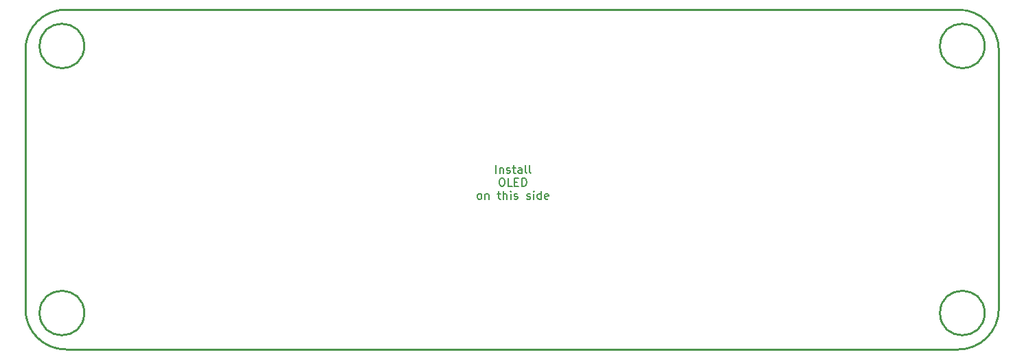
<source format=gbr>
%TF.GenerationSoftware,KiCad,Pcbnew,(6.0.0)*%
%TF.CreationDate,2022-03-13T18:47:54+01:00*%
%TF.ProjectId,TurtlePad,54757274-6c65-4506-9164-2e6b69636164,rev?*%
%TF.SameCoordinates,Original*%
%TF.FileFunction,Legend,Top*%
%TF.FilePolarity,Positive*%
%FSLAX46Y46*%
G04 Gerber Fmt 4.6, Leading zero omitted, Abs format (unit mm)*
G04 Created by KiCad (PCBNEW (6.0.0)) date 2022-03-13 18:47:54*
%MOMM*%
%LPD*%
G01*
G04 APERTURE LIST*
%TA.AperFunction,Profile*%
%ADD10C,0.250000*%
%TD*%
%ADD11C,0.150000*%
%ADD12R,1.752600X1.752600*%
%ADD13C,1.752600*%
%ADD14C,1.750000*%
%ADD15C,4.000000*%
%ADD16C,2.500000*%
%ADD17O,1.600000X2.000000*%
%ADD18C,2.100000*%
G04 APERTURE END LIST*
D10*
X98598750Y-79243439D02*
G75*
G03*
X93598750Y-84243439I0J-5000000D01*
G01*
X208598750Y-79243439D02*
X98598750Y-79243439D01*
X98598750Y-121243439D02*
X208598750Y-121243439D01*
X208598750Y-121243439D02*
G75*
G03*
X213598750Y-116243439I0J5000000D01*
G01*
X213598750Y-84243439D02*
G75*
G03*
X208598750Y-79243439I-5000000J0D01*
G01*
X100848750Y-116743439D02*
G75*
G03*
X100848750Y-116743439I-2750000J0D01*
G01*
X211848750Y-83743439D02*
G75*
G03*
X211848750Y-83743439I-2750000J0D01*
G01*
X211848750Y-116743439D02*
G75*
G03*
X211848750Y-116743439I-2750000J0D01*
G01*
X93598750Y-116243439D02*
G75*
G03*
X98598750Y-121243439I5000000J0D01*
G01*
X93598750Y-84243439D02*
X93598750Y-116243439D01*
X100848750Y-83743439D02*
G75*
G03*
X100848750Y-83743439I-2750000J0D01*
G01*
X213598750Y-116243439D02*
X213598750Y-84243439D01*
D11*
X151589702Y-99455819D02*
X151589702Y-98455819D01*
X152065892Y-98789153D02*
X152065892Y-99455819D01*
X152065892Y-98884391D02*
X152113511Y-98836772D01*
X152208750Y-98789153D01*
X152351607Y-98789153D01*
X152446845Y-98836772D01*
X152494464Y-98932010D01*
X152494464Y-99455819D01*
X152923035Y-99408200D02*
X153018273Y-99455819D01*
X153208750Y-99455819D01*
X153303988Y-99408200D01*
X153351607Y-99312962D01*
X153351607Y-99265343D01*
X153303988Y-99170105D01*
X153208750Y-99122486D01*
X153065892Y-99122486D01*
X152970654Y-99074867D01*
X152923035Y-98979629D01*
X152923035Y-98932010D01*
X152970654Y-98836772D01*
X153065892Y-98789153D01*
X153208750Y-98789153D01*
X153303988Y-98836772D01*
X153637321Y-98789153D02*
X154018273Y-98789153D01*
X153780178Y-98455819D02*
X153780178Y-99312962D01*
X153827797Y-99408200D01*
X153923035Y-99455819D01*
X154018273Y-99455819D01*
X154780178Y-99455819D02*
X154780178Y-98932010D01*
X154732559Y-98836772D01*
X154637321Y-98789153D01*
X154446845Y-98789153D01*
X154351607Y-98836772D01*
X154780178Y-99408200D02*
X154684940Y-99455819D01*
X154446845Y-99455819D01*
X154351607Y-99408200D01*
X154303988Y-99312962D01*
X154303988Y-99217724D01*
X154351607Y-99122486D01*
X154446845Y-99074867D01*
X154684940Y-99074867D01*
X154780178Y-99027248D01*
X155399226Y-99455819D02*
X155303988Y-99408200D01*
X155256369Y-99312962D01*
X155256369Y-98455819D01*
X155923035Y-99455819D02*
X155827797Y-99408200D01*
X155780178Y-99312962D01*
X155780178Y-98455819D01*
X152256369Y-100065819D02*
X152446845Y-100065819D01*
X152542083Y-100113439D01*
X152637321Y-100208677D01*
X152684940Y-100399153D01*
X152684940Y-100732486D01*
X152637321Y-100922962D01*
X152542083Y-101018200D01*
X152446845Y-101065819D01*
X152256369Y-101065819D01*
X152161130Y-101018200D01*
X152065892Y-100922962D01*
X152018273Y-100732486D01*
X152018273Y-100399153D01*
X152065892Y-100208677D01*
X152161130Y-100113439D01*
X152256369Y-100065819D01*
X153589702Y-101065819D02*
X153113511Y-101065819D01*
X153113511Y-100065819D01*
X153923035Y-100542010D02*
X154256369Y-100542010D01*
X154399226Y-101065819D02*
X153923035Y-101065819D01*
X153923035Y-100065819D01*
X154399226Y-100065819D01*
X154827797Y-101065819D02*
X154827797Y-100065819D01*
X155065892Y-100065819D01*
X155208750Y-100113439D01*
X155303988Y-100208677D01*
X155351607Y-100303915D01*
X155399226Y-100494391D01*
X155399226Y-100637248D01*
X155351607Y-100827724D01*
X155303988Y-100922962D01*
X155208750Y-101018200D01*
X155065892Y-101065819D01*
X154827797Y-101065819D01*
X149518273Y-102675819D02*
X149423035Y-102628200D01*
X149375416Y-102580581D01*
X149327797Y-102485343D01*
X149327797Y-102199629D01*
X149375416Y-102104391D01*
X149423035Y-102056772D01*
X149518273Y-102009153D01*
X149661130Y-102009153D01*
X149756369Y-102056772D01*
X149803988Y-102104391D01*
X149851607Y-102199629D01*
X149851607Y-102485343D01*
X149803988Y-102580581D01*
X149756369Y-102628200D01*
X149661130Y-102675819D01*
X149518273Y-102675819D01*
X150280178Y-102009153D02*
X150280178Y-102675819D01*
X150280178Y-102104391D02*
X150327797Y-102056772D01*
X150423035Y-102009153D01*
X150565892Y-102009153D01*
X150661130Y-102056772D01*
X150708750Y-102152010D01*
X150708750Y-102675819D01*
X151803988Y-102009153D02*
X152184940Y-102009153D01*
X151946845Y-101675819D02*
X151946845Y-102532962D01*
X151994464Y-102628200D01*
X152089702Y-102675819D01*
X152184940Y-102675819D01*
X152518273Y-102675819D02*
X152518273Y-101675819D01*
X152946845Y-102675819D02*
X152946845Y-102152010D01*
X152899226Y-102056772D01*
X152803988Y-102009153D01*
X152661130Y-102009153D01*
X152565892Y-102056772D01*
X152518273Y-102104391D01*
X153423035Y-102675819D02*
X153423035Y-102009153D01*
X153423035Y-101675819D02*
X153375416Y-101723439D01*
X153423035Y-101771058D01*
X153470654Y-101723439D01*
X153423035Y-101675819D01*
X153423035Y-101771058D01*
X153851607Y-102628200D02*
X153946845Y-102675819D01*
X154137321Y-102675819D01*
X154232559Y-102628200D01*
X154280178Y-102532962D01*
X154280178Y-102485343D01*
X154232559Y-102390105D01*
X154137321Y-102342486D01*
X153994464Y-102342486D01*
X153899226Y-102294867D01*
X153851607Y-102199629D01*
X153851607Y-102152010D01*
X153899226Y-102056772D01*
X153994464Y-102009153D01*
X154137321Y-102009153D01*
X154232559Y-102056772D01*
X155423035Y-102628200D02*
X155518273Y-102675819D01*
X155708750Y-102675819D01*
X155803988Y-102628200D01*
X155851607Y-102532962D01*
X155851607Y-102485343D01*
X155803988Y-102390105D01*
X155708750Y-102342486D01*
X155565892Y-102342486D01*
X155470654Y-102294867D01*
X155423035Y-102199629D01*
X155423035Y-102152010D01*
X155470654Y-102056772D01*
X155565892Y-102009153D01*
X155708750Y-102009153D01*
X155803988Y-102056772D01*
X156280178Y-102675819D02*
X156280178Y-102009153D01*
X156280178Y-101675819D02*
X156232559Y-101723439D01*
X156280178Y-101771058D01*
X156327797Y-101723439D01*
X156280178Y-101675819D01*
X156280178Y-101771058D01*
X157184940Y-102675819D02*
X157184940Y-101675819D01*
X157184940Y-102628200D02*
X157089702Y-102675819D01*
X156899226Y-102675819D01*
X156803988Y-102628200D01*
X156756369Y-102580581D01*
X156708750Y-102485343D01*
X156708750Y-102199629D01*
X156756369Y-102104391D01*
X156803988Y-102056772D01*
X156899226Y-102009153D01*
X157089702Y-102009153D01*
X157184940Y-102056772D01*
X158042083Y-102628200D02*
X157946845Y-102675819D01*
X157756369Y-102675819D01*
X157661130Y-102628200D01*
X157613511Y-102532962D01*
X157613511Y-102152010D01*
X157661130Y-102056772D01*
X157756369Y-102009153D01*
X157946845Y-102009153D01*
X158042083Y-102056772D01*
X158089702Y-102152010D01*
X158089702Y-102247248D01*
X157613511Y-102342486D01*
D12*
%TO.C,U1*%
X145982811Y-87855939D03*
D13*
X145982811Y-90395939D03*
X145982811Y-92935939D03*
X145982811Y-95475939D03*
X145982811Y-98015939D03*
X145982811Y-100555939D03*
X145982811Y-103095939D03*
X145982811Y-105635939D03*
X145982811Y-108175939D03*
X145982811Y-110715939D03*
X145982811Y-113255939D03*
X145982811Y-115795939D03*
X161222811Y-115795939D03*
X161222811Y-113255939D03*
X161222811Y-110715939D03*
X161222811Y-108175939D03*
X161222811Y-105635939D03*
X161222811Y-103095939D03*
X161222811Y-100555939D03*
X161222811Y-98015939D03*
X161222811Y-95475939D03*
X161222811Y-92935939D03*
X161222811Y-90395939D03*
X161222811Y-87855939D03*
%TD*%
%LPC*%
D14*
%TO.C,MX8*%
X192972811Y-109763439D03*
D15*
X198052811Y-109763439D03*
D14*
X203132811Y-109763439D03*
D16*
X194242811Y-107223439D03*
X200592811Y-104683439D03*
%TD*%
D17*
%TO.C,OL1*%
X157522811Y-109250939D03*
X154982811Y-109250939D03*
X152442811Y-109250939D03*
X149902811Y-109250939D03*
%TD*%
D14*
%TO.C,MX5*%
X104072811Y-109763439D03*
X114232811Y-109763439D03*
D15*
X109152811Y-109763439D03*
D16*
X105342811Y-107223439D03*
X111692811Y-104683439D03*
%TD*%
D14*
%TO.C,MX6*%
X123122811Y-109763439D03*
X133282811Y-109763439D03*
D15*
X128202811Y-109763439D03*
D16*
X124392811Y-107223439D03*
X130742811Y-104683439D03*
%TD*%
D18*
%TO.C,SW1*%
X206876250Y-103728439D03*
X206876250Y-96718439D03*
D14*
X209366250Y-97718439D03*
X209366250Y-102718439D03*
%TD*%
D15*
%TO.C,MX3*%
X179002811Y-90713439D03*
D14*
X184082811Y-90713439D03*
X173922811Y-90713439D03*
D16*
X175192811Y-88173439D03*
X181542811Y-85633439D03*
%TD*%
D15*
%TO.C,MX7*%
X179002811Y-109763439D03*
D14*
X173922811Y-109763439D03*
X184082811Y-109763439D03*
D16*
X175192811Y-107223439D03*
X181542811Y-104683439D03*
%TD*%
D14*
%TO.C,MX2*%
X133282811Y-90713439D03*
D15*
X128202811Y-90713439D03*
D14*
X123122811Y-90713439D03*
D16*
X124392811Y-88173439D03*
X130742811Y-85633439D03*
%TD*%
D15*
%TO.C,MX1*%
X109152811Y-90713439D03*
D14*
X114232811Y-90713439D03*
X104072811Y-90713439D03*
D16*
X105342811Y-88173439D03*
X111692811Y-85633439D03*
%TD*%
D12*
%TO.C,U1*%
X145982811Y-87855939D03*
D13*
X145982811Y-90395939D03*
X145982811Y-92935939D03*
X145982811Y-95475939D03*
X145982811Y-98015939D03*
X145982811Y-100555939D03*
X145982811Y-103095939D03*
X145982811Y-105635939D03*
X145982811Y-108175939D03*
X145982811Y-110715939D03*
X145982811Y-113255939D03*
X145982811Y-115795939D03*
X161222811Y-115795939D03*
X161222811Y-113255939D03*
X161222811Y-110715939D03*
X161222811Y-108175939D03*
X161222811Y-105635939D03*
X161222811Y-103095939D03*
X161222811Y-100555939D03*
X161222811Y-98015939D03*
X161222811Y-95475939D03*
X161222811Y-92935939D03*
X161222811Y-90395939D03*
X161222811Y-87855939D03*
%TD*%
D14*
%TO.C,MX4*%
X192972811Y-90713439D03*
X203132811Y-90713439D03*
D15*
X198052811Y-90713439D03*
D16*
X194242811Y-88173439D03*
X200592811Y-85633439D03*
%TD*%
M02*

</source>
